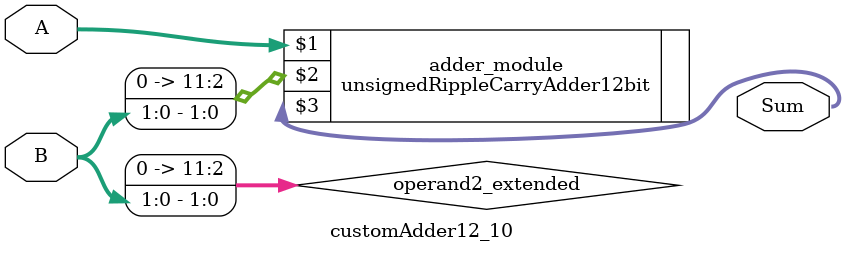
<source format=v>

module customAdder12_10(
                    input [11 : 0] A,
                    input [1 : 0] B,
                    
                    output [12 : 0] Sum
            );

    wire [11 : 0] operand2_extended;
    
    assign operand2_extended =  {10'b0, B};
    
    unsignedRippleCarryAdder12bit adder_module(
        A,
        operand2_extended,
        Sum
    );
    
endmodule
        
</source>
